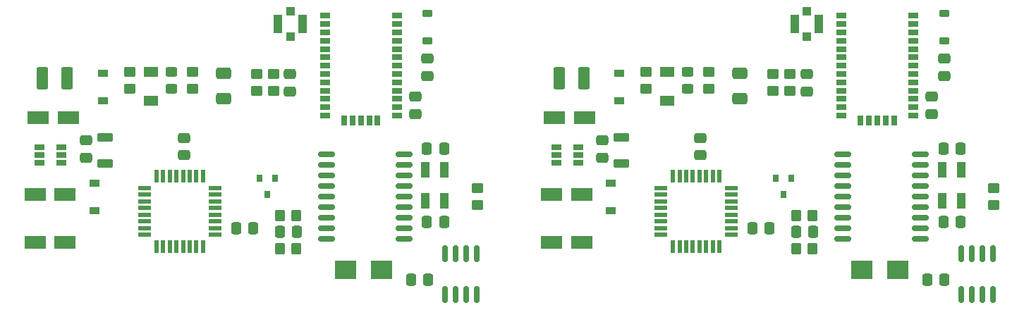
<source format=gbr>
%TF.GenerationSoftware,KiCad,Pcbnew,7.0.1-0*%
%TF.CreationDate,2023-04-11T20:51:41+02:00*%
%TF.ProjectId,SmartDisplay,536d6172-7444-4697-9370-6c61792e6b69,rev?*%
%TF.SameCoordinates,Original*%
%TF.FileFunction,Paste,Top*%
%TF.FilePolarity,Positive*%
%FSLAX46Y46*%
G04 Gerber Fmt 4.6, Leading zero omitted, Abs format (unit mm)*
G04 Created by KiCad (PCBNEW 7.0.1-0) date 2023-04-11 20:51:41*
%MOMM*%
%LPD*%
G01*
G04 APERTURE LIST*
G04 Aperture macros list*
%AMRoundRect*
0 Rectangle with rounded corners*
0 $1 Rounding radius*
0 $2 $3 $4 $5 $6 $7 $8 $9 X,Y pos of 4 corners*
0 Add a 4 corners polygon primitive as box body*
4,1,4,$2,$3,$4,$5,$6,$7,$8,$9,$2,$3,0*
0 Add four circle primitives for the rounded corners*
1,1,$1+$1,$2,$3*
1,1,$1+$1,$4,$5*
1,1,$1+$1,$6,$7*
1,1,$1+$1,$8,$9*
0 Add four rect primitives between the rounded corners*
20,1,$1+$1,$2,$3,$4,$5,0*
20,1,$1+$1,$4,$5,$6,$7,0*
20,1,$1+$1,$6,$7,$8,$9,0*
20,1,$1+$1,$8,$9,$2,$3,0*%
G04 Aperture macros list end*
%ADD10RoundRect,0.250000X0.475000X-0.337500X0.475000X0.337500X-0.475000X0.337500X-0.475000X-0.337500X0*%
%ADD11RoundRect,0.249999X0.450001X-0.350001X0.450001X0.350001X-0.450001X0.350001X-0.450001X-0.350001X0*%
%ADD12RoundRect,0.249999X-0.450001X0.350001X-0.450001X-0.350001X0.450001X-0.350001X0.450001X0.350001X0*%
%ADD13RoundRect,0.150000X0.875000X0.150000X-0.875000X0.150000X-0.875000X-0.150000X0.875000X-0.150000X0*%
%ADD14RoundRect,0.250000X0.337500X0.475000X-0.337500X0.475000X-0.337500X-0.475000X0.337500X-0.475000X0*%
%ADD15RoundRect,0.250000X-1.050000X-0.550000X1.050000X-0.550000X1.050000X0.550000X-1.050000X0.550000X0*%
%ADD16RoundRect,0.249997X0.650003X-0.412503X0.650003X0.412503X-0.650003X0.412503X-0.650003X-0.412503X0*%
%ADD17RoundRect,0.250000X0.700000X-0.275000X0.700000X0.275000X-0.700000X0.275000X-0.700000X-0.275000X0*%
%ADD18R,1.200000X0.900000*%
%ADD19RoundRect,0.250000X-0.337500X-0.475000X0.337500X-0.475000X0.337500X0.475000X-0.337500X0.475000X0*%
%ADD20R,0.800000X0.900000*%
%ADD21RoundRect,0.225000X-0.375000X0.225000X-0.375000X-0.225000X0.375000X-0.225000X0.375000X0.225000X0*%
%ADD22RoundRect,0.150000X-0.150000X0.825000X-0.150000X-0.825000X0.150000X-0.825000X0.150000X0.825000X0*%
%ADD23RoundRect,0.249999X-0.350001X-0.450001X0.350001X-0.450001X0.350001X0.450001X-0.350001X0.450001X0*%
%ADD24R,1.220000X0.650000*%
%ADD25RoundRect,0.249999X0.450001X-0.325001X0.450001X0.325001X-0.450001X0.325001X-0.450001X-0.325001X0*%
%ADD26R,1.143000X0.711200*%
%ADD27R,0.711200X1.143000*%
%ADD28R,1.000000X1.000000*%
%ADD29R,1.050000X2.200000*%
%ADD30R,2.500000X2.300000*%
%ADD31RoundRect,0.250000X-0.462500X-1.075000X0.462500X-1.075000X0.462500X1.075000X-0.462500X1.075000X0*%
%ADD32R,1.600000X0.550000*%
%ADD33R,0.550000X1.600000*%
%ADD34R,1.700000X1.300000*%
%ADD35R,1.100000X1.900000*%
G04 APERTURE END LIST*
D10*
%TO.C,C30*%
X237000000Y-90495000D03*
X237000000Y-88420000D03*
%TD*%
D11*
%TO.C,R9*%
X244500000Y-101420000D03*
X244500000Y-99420000D03*
%TD*%
D12*
%TO.C,R12*%
X218000000Y-85670000D03*
X218000000Y-87670000D03*
%TD*%
D13*
%TO.C,U8*%
X235650000Y-105480000D03*
X235650000Y-104210000D03*
X235650000Y-102940000D03*
X235650000Y-101670000D03*
X235650000Y-100400000D03*
X235650000Y-99130000D03*
X235650000Y-97860000D03*
X235650000Y-96590000D03*
X235650000Y-95320000D03*
X226350000Y-95320000D03*
X226350000Y-96590000D03*
X226350000Y-97860000D03*
X226350000Y-99130000D03*
X226350000Y-100400000D03*
X226350000Y-101670000D03*
X226350000Y-102940000D03*
X226350000Y-104210000D03*
X226350000Y-105480000D03*
%TD*%
D14*
%TO.C,C23*%
X240500000Y-103420000D03*
X238425000Y-103420000D03*
%TD*%
D15*
%TO.C,C29*%
X191400000Y-105920000D03*
X195000000Y-105920000D03*
%TD*%
D16*
%TO.C,C26*%
X214000000Y-88670000D03*
X214000000Y-85545000D03*
%TD*%
D17*
%TO.C,L2*%
X199750000Y-96432500D03*
X199750000Y-93282500D03*
%TD*%
D18*
%TO.C,D12*%
X199500000Y-88920000D03*
X199500000Y-85620000D03*
%TD*%
D19*
%TO.C,C16*%
X220750000Y-104670000D03*
X222825000Y-104670000D03*
%TD*%
D11*
%TO.C,R14*%
X210250000Y-87420000D03*
X210250000Y-85420000D03*
%TD*%
D20*
%TO.C,D9*%
X220200000Y-98170000D03*
X218300000Y-98170000D03*
X219250000Y-100170000D03*
%TD*%
D10*
%TO.C,C24*%
X222000000Y-87745000D03*
X222000000Y-85670000D03*
%TD*%
D12*
%TO.C,R11*%
X220000000Y-85670000D03*
X220000000Y-87670000D03*
%TD*%
D21*
%TO.C,D7*%
X238500000Y-78420000D03*
X238500000Y-81720000D03*
%TD*%
D22*
%TO.C,U7*%
X244372000Y-107220000D03*
X243102000Y-107220000D03*
X241832000Y-107220000D03*
X240562000Y-107220000D03*
X240562000Y-112170000D03*
X241832000Y-112170000D03*
X243102000Y-112170000D03*
X244372000Y-112170000D03*
%TD*%
D23*
%TO.C,R10*%
X220750000Y-102670000D03*
X222750000Y-102670000D03*
%TD*%
D24*
%TO.C,U9*%
X191940000Y-94470000D03*
X191940000Y-95420000D03*
X191940000Y-96370000D03*
X194560000Y-96370000D03*
X194560000Y-95420000D03*
X194560000Y-94470000D03*
%TD*%
D25*
%TO.C,C25*%
X207750000Y-87470000D03*
X207750000Y-85420000D03*
%TD*%
D10*
%TO.C,C27*%
X238500000Y-85920000D03*
X238500000Y-83845000D03*
%TD*%
D26*
%TO.C,U10*%
X234825000Y-90670001D03*
X234825000Y-89670000D03*
X234825000Y-88670000D03*
X234825000Y-87669999D03*
X234825000Y-86670001D03*
X234825000Y-85670001D03*
X234825000Y-84670000D03*
X234825000Y-83669999D03*
X234825000Y-82669999D03*
X234825000Y-81670001D03*
X234825000Y-80670000D03*
X234825000Y-79670000D03*
X234825000Y-78669999D03*
X226175000Y-78669999D03*
X226175000Y-79670000D03*
X226175000Y-80670000D03*
X226175000Y-81670001D03*
X226175000Y-82669999D03*
X226175000Y-83669999D03*
X226175000Y-84670000D03*
X226175000Y-85670001D03*
X226175000Y-86670001D03*
X226175000Y-87669999D03*
X226175000Y-88670000D03*
X226175000Y-89670000D03*
X226175000Y-90670001D03*
D27*
X228499999Y-91270002D03*
X229499999Y-91270002D03*
X230500000Y-91270002D03*
X231500001Y-91270002D03*
X232500001Y-91270002D03*
%TD*%
D15*
%TO.C,C28*%
X191400000Y-100170000D03*
X195000000Y-100170000D03*
%TD*%
D28*
%TO.C,X2*%
X222025000Y-81170000D03*
D29*
X220550000Y-79670000D03*
D28*
X222025000Y-78170000D03*
D29*
X223500000Y-79670000D03*
%TD*%
D30*
%TO.C,D8*%
X232942000Y-109220000D03*
X228642000Y-109220000D03*
%TD*%
D19*
%TO.C,C22*%
X238425000Y-94670000D03*
X240500000Y-94670000D03*
%TD*%
D18*
%TO.C,D11*%
X198500000Y-98770000D03*
X198500000Y-102070000D03*
%TD*%
D15*
%TO.C,C18*%
X191750000Y-90920000D03*
X195350000Y-90920000D03*
%TD*%
D31*
%TO.C,F2*%
X192275000Y-86170000D03*
X195250000Y-86170000D03*
%TD*%
D32*
%TO.C,U6*%
X204500000Y-99370000D03*
X204500000Y-100170000D03*
X204500000Y-100970000D03*
X204500000Y-101770000D03*
X204500000Y-102570000D03*
X204500000Y-103370000D03*
X204500000Y-104170000D03*
X204500000Y-104970000D03*
D33*
X205950000Y-106420000D03*
X206750000Y-106420000D03*
X207550000Y-106420000D03*
X208350000Y-106420000D03*
X209150000Y-106420000D03*
X209950000Y-106420000D03*
X210750000Y-106420000D03*
X211550000Y-106420000D03*
D32*
X213000000Y-104970000D03*
X213000000Y-104170000D03*
X213000000Y-103370000D03*
X213000000Y-102570000D03*
X213000000Y-101770000D03*
X213000000Y-100970000D03*
X213000000Y-100170000D03*
X213000000Y-99370000D03*
D33*
X211550000Y-97920000D03*
X210750000Y-97920000D03*
X209950000Y-97920000D03*
X209150000Y-97920000D03*
X208350000Y-97920000D03*
X207550000Y-97920000D03*
X206750000Y-97920000D03*
X205950000Y-97920000D03*
%TD*%
D34*
%TO.C,D10*%
X205250000Y-88920000D03*
X205250000Y-85420000D03*
%TD*%
D10*
%TO.C,C21*%
X209250000Y-95420000D03*
X209250000Y-93345000D03*
%TD*%
%TO.C,C19*%
X197500000Y-95745000D03*
X197500000Y-93670000D03*
%TD*%
D23*
%TO.C,R15*%
X220750000Y-106670000D03*
X222750000Y-106670000D03*
%TD*%
D19*
%TO.C,C17*%
X215500000Y-104170000D03*
X217575000Y-104170000D03*
%TD*%
D11*
%TO.C,R13*%
X202750000Y-87420000D03*
X202750000Y-85420000D03*
%TD*%
D35*
%TO.C,Y3*%
X238250000Y-97220000D03*
X238250000Y-100920000D03*
X240550000Y-100920000D03*
X240550000Y-97220000D03*
%TD*%
D19*
%TO.C,C20*%
X236500000Y-110420000D03*
X238575000Y-110420000D03*
%TD*%
D10*
%TO.C,C12*%
X176500000Y-85920000D03*
X176500000Y-83845000D03*
%TD*%
D23*
%TO.C,R8*%
X158750000Y-106670000D03*
X160750000Y-106670000D03*
%TD*%
%TO.C,R3*%
X158750000Y-102670000D03*
X160750000Y-102670000D03*
%TD*%
D25*
%TO.C,C10*%
X145750000Y-87470000D03*
X145750000Y-85420000D03*
%TD*%
D10*
%TO.C,C6*%
X147250000Y-95420000D03*
X147250000Y-93345000D03*
%TD*%
D12*
%TO.C,R5*%
X156000000Y-85670000D03*
X156000000Y-87670000D03*
%TD*%
D11*
%TO.C,R6*%
X140750000Y-87420000D03*
X140750000Y-85420000D03*
%TD*%
D34*
%TO.C,D4*%
X143250000Y-88920000D03*
X143250000Y-85420000D03*
%TD*%
D30*
%TO.C,D2*%
X170942000Y-109220000D03*
X166642000Y-109220000D03*
%TD*%
D35*
%TO.C,Y2*%
X176250000Y-97220000D03*
X176250000Y-100920000D03*
X178550000Y-100920000D03*
X178550000Y-97220000D03*
%TD*%
D14*
%TO.C,C8*%
X178500000Y-103420000D03*
X176425000Y-103420000D03*
%TD*%
D19*
%TO.C,C5*%
X174500000Y-110420000D03*
X176575000Y-110420000D03*
%TD*%
D22*
%TO.C,U2*%
X182372000Y-107220000D03*
X181102000Y-107220000D03*
X179832000Y-107220000D03*
X178562000Y-107220000D03*
X178562000Y-112170000D03*
X179832000Y-112170000D03*
X181102000Y-112170000D03*
X182372000Y-112170000D03*
%TD*%
D11*
%TO.C,R2*%
X182500000Y-101420000D03*
X182500000Y-99420000D03*
%TD*%
D19*
%TO.C,C1*%
X158750000Y-104670000D03*
X160825000Y-104670000D03*
%TD*%
D32*
%TO.C,U1*%
X142500000Y-99370000D03*
X142500000Y-100170000D03*
X142500000Y-100970000D03*
X142500000Y-101770000D03*
X142500000Y-102570000D03*
X142500000Y-103370000D03*
X142500000Y-104170000D03*
X142500000Y-104970000D03*
D33*
X143950000Y-106420000D03*
X144750000Y-106420000D03*
X145550000Y-106420000D03*
X146350000Y-106420000D03*
X147150000Y-106420000D03*
X147950000Y-106420000D03*
X148750000Y-106420000D03*
X149550000Y-106420000D03*
D32*
X151000000Y-104970000D03*
X151000000Y-104170000D03*
X151000000Y-103370000D03*
X151000000Y-102570000D03*
X151000000Y-101770000D03*
X151000000Y-100970000D03*
X151000000Y-100170000D03*
X151000000Y-99370000D03*
D33*
X149550000Y-97920000D03*
X148750000Y-97920000D03*
X147950000Y-97920000D03*
X147150000Y-97920000D03*
X146350000Y-97920000D03*
X145550000Y-97920000D03*
X144750000Y-97920000D03*
X143950000Y-97920000D03*
%TD*%
D19*
%TO.C,C2*%
X153500000Y-104170000D03*
X155575000Y-104170000D03*
%TD*%
D13*
%TO.C,U3*%
X173650000Y-105480000D03*
X173650000Y-104210000D03*
X173650000Y-102940000D03*
X173650000Y-101670000D03*
X173650000Y-100400000D03*
X173650000Y-99130000D03*
X173650000Y-97860000D03*
X173650000Y-96590000D03*
X173650000Y-95320000D03*
X164350000Y-95320000D03*
X164350000Y-96590000D03*
X164350000Y-97860000D03*
X164350000Y-99130000D03*
X164350000Y-100400000D03*
X164350000Y-101670000D03*
X164350000Y-102940000D03*
X164350000Y-104210000D03*
X164350000Y-105480000D03*
%TD*%
D11*
%TO.C,R7*%
X148250000Y-87420000D03*
X148250000Y-85420000D03*
%TD*%
D31*
%TO.C,F1*%
X130275000Y-86170000D03*
X133250000Y-86170000D03*
%TD*%
D12*
%TO.C,R4*%
X158000000Y-85670000D03*
X158000000Y-87670000D03*
%TD*%
D15*
%TO.C,C3*%
X129750000Y-90920000D03*
X133350000Y-90920000D03*
%TD*%
D10*
%TO.C,C4*%
X135500000Y-95745000D03*
X135500000Y-93670000D03*
%TD*%
D15*
%TO.C,C13*%
X129400000Y-100170000D03*
X133000000Y-100170000D03*
%TD*%
%TO.C,C14*%
X129400000Y-105920000D03*
X133000000Y-105920000D03*
%TD*%
D17*
%TO.C,L1*%
X137750000Y-96432500D03*
X137750000Y-93282500D03*
%TD*%
D19*
%TO.C,C7*%
X176425000Y-94670000D03*
X178500000Y-94670000D03*
%TD*%
D16*
%TO.C,C11*%
X152000000Y-88670000D03*
X152000000Y-85545000D03*
%TD*%
D26*
%TO.C,U5*%
X172825000Y-90670001D03*
X172825000Y-89670000D03*
X172825000Y-88670000D03*
X172825000Y-87669999D03*
X172825000Y-86670001D03*
X172825000Y-85670001D03*
X172825000Y-84670000D03*
X172825000Y-83669999D03*
X172825000Y-82669999D03*
X172825000Y-81670001D03*
X172825000Y-80670000D03*
X172825000Y-79670000D03*
X172825000Y-78669999D03*
X164175000Y-78669999D03*
X164175000Y-79670000D03*
X164175000Y-80670000D03*
X164175000Y-81670001D03*
X164175000Y-82669999D03*
X164175000Y-83669999D03*
X164175000Y-84670000D03*
X164175000Y-85670001D03*
X164175000Y-86670001D03*
X164175000Y-87669999D03*
X164175000Y-88670000D03*
X164175000Y-89670000D03*
X164175000Y-90670001D03*
D27*
X166499999Y-91270002D03*
X167499999Y-91270002D03*
X168500000Y-91270002D03*
X169500001Y-91270002D03*
X170500001Y-91270002D03*
%TD*%
D10*
%TO.C,C9*%
X160000000Y-87745000D03*
X160000000Y-85670000D03*
%TD*%
D24*
%TO.C,U4*%
X129940000Y-94470000D03*
X129940000Y-95420000D03*
X129940000Y-96370000D03*
X132560000Y-96370000D03*
X132560000Y-95420000D03*
X132560000Y-94470000D03*
%TD*%
D10*
%TO.C,C15*%
X175000000Y-90495000D03*
X175000000Y-88420000D03*
%TD*%
D28*
%TO.C,X1*%
X160025000Y-81170000D03*
D29*
X158550000Y-79670000D03*
D28*
X160025000Y-78170000D03*
D29*
X161500000Y-79670000D03*
%TD*%
D20*
%TO.C,D3*%
X158200000Y-98170000D03*
X156300000Y-98170000D03*
X157250000Y-100170000D03*
%TD*%
D18*
%TO.C,D5*%
X136500000Y-98770000D03*
X136500000Y-102070000D03*
%TD*%
%TO.C,D6*%
X137500000Y-88920000D03*
X137500000Y-85620000D03*
%TD*%
D21*
%TO.C,D1*%
X176500000Y-78420000D03*
X176500000Y-81720000D03*
%TD*%
M02*

</source>
